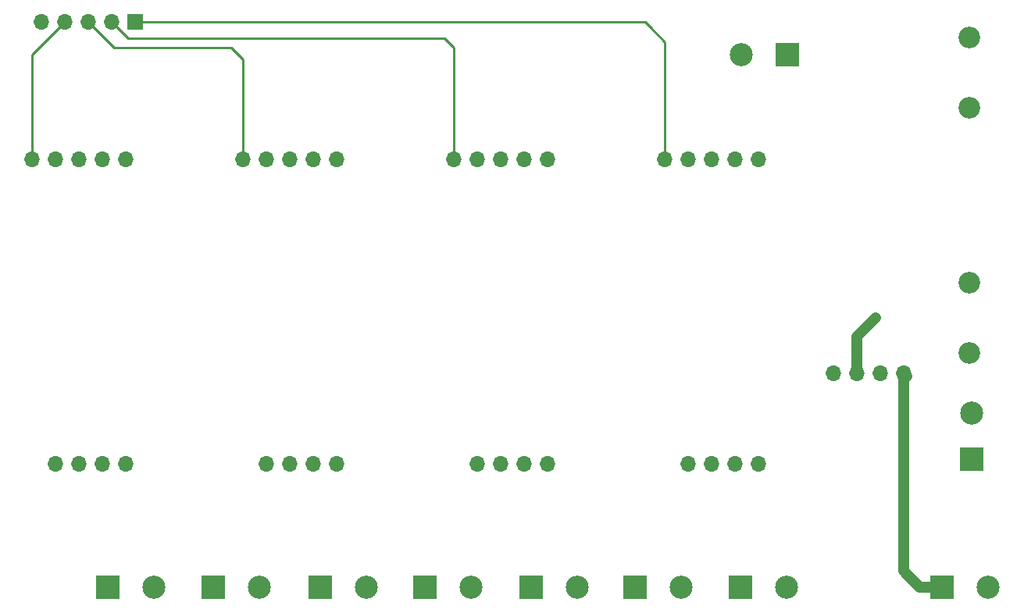
<source format=gbr>
G04 #@! TF.FileFunction,Copper,L2,Bot,Signal*
%FSLAX46Y46*%
G04 Gerber Fmt 4.6, Leading zero omitted, Abs format (unit mm)*
G04 Created by KiCad (PCBNEW 4.0.6) date 05/04/17 09:27:54*
%MOMM*%
%LPD*%
G01*
G04 APERTURE LIST*
%ADD10C,0.100000*%
%ADD11O,1.700000X1.700000*%
%ADD12R,1.700000X1.700000*%
%ADD13R,2.500000X2.500000*%
%ADD14C,2.500000*%
%ADD15C,2.350000*%
%ADD16C,1.200000*%
%ADD17C,0.250000*%
G04 APERTURE END LIST*
D10*
D11*
X183380260Y-89756550D03*
X180840260Y-89756550D03*
X178300260Y-89756550D03*
X175760260Y-89756550D03*
D12*
X100076000Y-51689000D03*
D11*
X97536000Y-51689000D03*
X94996000Y-51689000D03*
X92456000Y-51689000D03*
X89916000Y-51689000D03*
X160012260Y-66566350D03*
X162552260Y-66566350D03*
X165092260Y-66566350D03*
X167632260Y-66566350D03*
X157472260Y-66566350D03*
X160012260Y-99586350D03*
X162552260Y-99586350D03*
X165092260Y-99586350D03*
X167632260Y-99586350D03*
X137152260Y-66566350D03*
X139692260Y-66566350D03*
X142232260Y-66566350D03*
X144772260Y-66566350D03*
X134612260Y-66566350D03*
X137152260Y-99586350D03*
X139692260Y-99586350D03*
X142232260Y-99586350D03*
X144772260Y-99586350D03*
X114292260Y-66566350D03*
X116832260Y-66566350D03*
X119372260Y-66566350D03*
X121912260Y-66566350D03*
X111752260Y-66566350D03*
X114292260Y-99586350D03*
X116832260Y-99586350D03*
X119372260Y-99586350D03*
X121912260Y-99586350D03*
X91432260Y-66566350D03*
X93972260Y-66566350D03*
X96512260Y-66566350D03*
X99052260Y-66566350D03*
X88892260Y-66566350D03*
X91432260Y-99586350D03*
X93972260Y-99586350D03*
X96512260Y-99586350D03*
X99052260Y-99586350D03*
D13*
X170735000Y-55245000D03*
D14*
X165735000Y-55245000D03*
D13*
X187532000Y-112921350D03*
D14*
X192532000Y-112921350D03*
D13*
X154250260Y-112921350D03*
D14*
X159250260Y-112921350D03*
D13*
X142947260Y-112921350D03*
D14*
X147947260Y-112921350D03*
D13*
X120087260Y-112921350D03*
D14*
X125087260Y-112921350D03*
D13*
X97100260Y-112921350D03*
D14*
X102100260Y-112921350D03*
D13*
X165680260Y-112921350D03*
D14*
X170680260Y-112921350D03*
D13*
X131437260Y-112921350D03*
D14*
X136437260Y-112921350D03*
D13*
X108530260Y-112921350D03*
D14*
X113530260Y-112921350D03*
D13*
X190690500Y-99060000D03*
D14*
X190690500Y-94060000D03*
D15*
X190500000Y-60960000D03*
X190500000Y-53340000D03*
X190500000Y-79933800D03*
X190500000Y-87553800D03*
D16*
X178300260Y-89756550D02*
X178300260Y-85823350D01*
X178300260Y-85823350D02*
X180332260Y-83791350D01*
X185082000Y-112921350D02*
X187532000Y-112921350D01*
X183380260Y-111219610D02*
X185082000Y-112921350D01*
X183380260Y-89756550D02*
X183380260Y-111219610D01*
X183714260Y-90090550D02*
X183380260Y-89756550D01*
D17*
X97536000Y-51689000D02*
X99314000Y-53467000D01*
X99314000Y-53467000D02*
X133604000Y-53467000D01*
X133604000Y-53467000D02*
X134620000Y-54483000D01*
X134620000Y-54483000D02*
X134620000Y-65356529D01*
X134620000Y-65356529D02*
X134612260Y-65364269D01*
X134612260Y-65364269D02*
X134612260Y-66566350D01*
X110490000Y-54483000D02*
X97790000Y-54483000D01*
X111760000Y-65356529D02*
X111760000Y-55753000D01*
X110490000Y-54483000D02*
X111760000Y-55753000D01*
X97790000Y-54483000D02*
X94996000Y-51689000D01*
X111752260Y-66566350D02*
X111752260Y-65364269D01*
X111752260Y-65364269D02*
X111760000Y-65356529D01*
X88900000Y-65356529D02*
X88900000Y-55245000D01*
X88900000Y-55245000D02*
X92456000Y-51689000D01*
X88892260Y-66566350D02*
X88892260Y-65364269D01*
X88892260Y-65364269D02*
X88900000Y-65356529D01*
X157480000Y-53848000D02*
X155829000Y-52197000D01*
X155829000Y-52197000D02*
X155702000Y-52070000D01*
X100076000Y-51689000D02*
X155321000Y-51689000D01*
X155321000Y-51689000D02*
X155829000Y-52197000D01*
X157480000Y-65356529D02*
X157480000Y-53848000D01*
X157472260Y-66566350D02*
X157472260Y-65364269D01*
X157472260Y-65364269D02*
X157480000Y-65356529D01*
M02*

</source>
